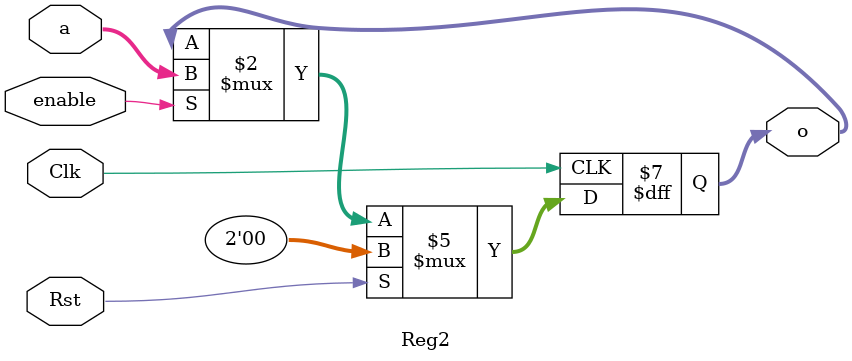
<source format=v>
`timescale 1ns/1ns
module Reg2 (a
            ,o
            ,Rst
            ,Clk
            ,enable);
  input[1:0]
           a;
  input 
          Rst;
  input   
          enable;
  input 
          Clk;
  output reg[1:0] 
          o;
  
  always@(posedge Clk)
  begin
    if(Rst)
        o <= 2'b0;
      
      
    else if(enable)     
        o <= a;
      
    end
    
  endmodule

</source>
